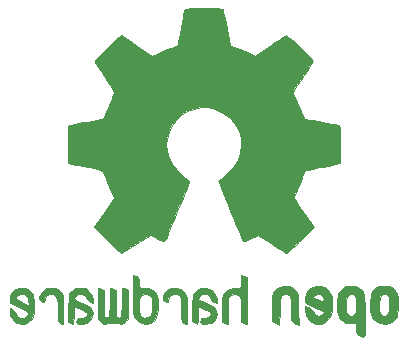
<source format=gbr>
%TF.GenerationSoftware,KiCad,Pcbnew,(5.1.9)-1*%
%TF.CreationDate,2021-03-21T01:20:58-03:00*%
%TF.ProjectId,harpiafc,68617270-6961-4666-932e-6b696361645f,rev?*%
%TF.SameCoordinates,Original*%
%TF.FileFunction,Legend,Bot*%
%TF.FilePolarity,Positive*%
%FSLAX46Y46*%
G04 Gerber Fmt 4.6, Leading zero omitted, Abs format (unit mm)*
G04 Created by KiCad (PCBNEW (5.1.9)-1) date 2021-03-21 01:20:58*
%MOMM*%
%LPD*%
G01*
G04 APERTURE LIST*
%ADD10C,0.010000*%
G04 APERTURE END LIST*
D10*
%TO.C,REF\u002A\u002A*%
G36*
X91171466Y-54712495D02*
G01*
X90776485Y-54714658D01*
X90490632Y-54720513D01*
X90295483Y-54731905D01*
X90172615Y-54750675D01*
X90103602Y-54778666D01*
X90070021Y-54817721D01*
X90053448Y-54869682D01*
X90051837Y-54876408D01*
X90026662Y-54997783D01*
X89980063Y-55237262D01*
X89916887Y-55569357D01*
X89841982Y-55968577D01*
X89760196Y-56409434D01*
X89757340Y-56424917D01*
X89675417Y-56856954D01*
X89598768Y-57238672D01*
X89532341Y-57547178D01*
X89481082Y-57759577D01*
X89449936Y-57852975D01*
X89448451Y-57854630D01*
X89356702Y-57900239D01*
X89167536Y-57976242D01*
X88921805Y-58066232D01*
X88920437Y-58066713D01*
X88610919Y-58183055D01*
X88246011Y-58331260D01*
X87902047Y-58480272D01*
X87885768Y-58487640D01*
X87325525Y-58741914D01*
X86084954Y-57894743D01*
X85704386Y-57636480D01*
X85359648Y-57405593D01*
X85070713Y-57215210D01*
X84857553Y-57078463D01*
X84740140Y-57008482D01*
X84728990Y-57003292D01*
X84643664Y-57026399D01*
X84484297Y-57137890D01*
X84244673Y-57343022D01*
X83918577Y-57647052D01*
X83585679Y-57970512D01*
X83264765Y-58289254D01*
X82977548Y-58580115D01*
X82741319Y-58825131D01*
X82573368Y-59006341D01*
X82490986Y-59105783D01*
X82487921Y-59110902D01*
X82478814Y-59179141D01*
X82513124Y-59290584D01*
X82599328Y-59460279D01*
X82745902Y-59703278D01*
X82961324Y-60034628D01*
X83248501Y-60461189D01*
X83503366Y-60836638D01*
X83731193Y-61173374D01*
X83918819Y-61451849D01*
X84053077Y-61652512D01*
X84120801Y-61755813D01*
X84125064Y-61762826D01*
X84116796Y-61861802D01*
X84054118Y-62054172D01*
X83949505Y-62303579D01*
X83912220Y-62383228D01*
X83749535Y-62738065D01*
X83575970Y-63140684D01*
X83434978Y-63489052D01*
X83333383Y-63747610D01*
X83252686Y-63944104D01*
X83206055Y-64046800D01*
X83200257Y-64054713D01*
X83114494Y-64067820D01*
X82912328Y-64103734D01*
X82620642Y-64157342D01*
X82266314Y-64223533D01*
X81876225Y-64297192D01*
X81477256Y-64373208D01*
X81096287Y-64446470D01*
X80760199Y-64511863D01*
X80495871Y-64564276D01*
X80330185Y-64598597D01*
X80289546Y-64608301D01*
X80247567Y-64632251D01*
X80215879Y-64686340D01*
X80193056Y-64788828D01*
X80177672Y-64957972D01*
X80168301Y-65212029D01*
X80163519Y-65569257D01*
X80161900Y-66047913D01*
X80161816Y-66244112D01*
X80161816Y-67839766D01*
X80545006Y-67915399D01*
X80758195Y-67956410D01*
X81076326Y-68016273D01*
X81460712Y-68087767D01*
X81872664Y-68163668D01*
X81986529Y-68184516D01*
X82366669Y-68258426D01*
X82697830Y-68331105D01*
X82952216Y-68395822D01*
X83102031Y-68445844D01*
X83126987Y-68460753D01*
X83188267Y-68566336D01*
X83276131Y-68770924D01*
X83373568Y-69034208D01*
X83392895Y-69090920D01*
X83520600Y-69442544D01*
X83679116Y-69839286D01*
X83834241Y-70195562D01*
X83835005Y-70197216D01*
X84093332Y-70756099D01*
X83243715Y-72005839D01*
X82394099Y-73255580D01*
X83484947Y-74348250D01*
X83814879Y-74673452D01*
X84115803Y-74960121D01*
X84370818Y-75192954D01*
X84563023Y-75356645D01*
X84675517Y-75435892D01*
X84691654Y-75440920D01*
X84786400Y-75401324D01*
X84979731Y-75291240D01*
X85250528Y-75123725D01*
X85577670Y-74911836D01*
X85931370Y-74674540D01*
X86290347Y-74432495D01*
X86610412Y-74221878D01*
X86871238Y-74055646D01*
X87052500Y-73946756D01*
X87133606Y-73908161D01*
X87232560Y-73940820D01*
X87420203Y-74026876D01*
X87657831Y-74148450D01*
X87683021Y-74161963D01*
X88003022Y-74322450D01*
X88222455Y-74401157D01*
X88358931Y-74401994D01*
X88430062Y-74328869D01*
X88430476Y-74327845D01*
X88466031Y-74241245D01*
X88550828Y-74035672D01*
X88678290Y-73727035D01*
X88841844Y-73331246D01*
X89034915Y-72864216D01*
X89250928Y-72341855D01*
X89460124Y-71836115D01*
X89690031Y-71277999D01*
X89901124Y-70760980D01*
X90087078Y-70300906D01*
X90241564Y-69913627D01*
X90358257Y-69614991D01*
X90430830Y-69420847D01*
X90453195Y-69348391D01*
X90397109Y-69265275D01*
X90250404Y-69132807D01*
X90054779Y-68986761D01*
X89497666Y-68524880D01*
X89062206Y-67995456D01*
X88753616Y-67409641D01*
X88577116Y-66778586D01*
X88537924Y-66113443D01*
X88566411Y-65806437D01*
X88721626Y-65169484D01*
X88988942Y-64607004D01*
X89351778Y-64124544D01*
X89793556Y-63727652D01*
X90297694Y-63421875D01*
X90847614Y-63212762D01*
X91426736Y-63105861D01*
X92018479Y-63106718D01*
X92606264Y-63220881D01*
X93173511Y-63453898D01*
X93703640Y-63811318D01*
X93924910Y-64013458D01*
X94349277Y-64532519D01*
X94644753Y-65099738D01*
X94813305Y-65698583D01*
X94856900Y-66312517D01*
X94777505Y-66925008D01*
X94577087Y-67519519D01*
X94257613Y-68079517D01*
X93821051Y-68588467D01*
X93333221Y-68986761D01*
X93130023Y-69139006D01*
X92986477Y-69270037D01*
X92934805Y-69348515D01*
X92961860Y-69434097D01*
X93038807Y-69638547D01*
X93159315Y-69946017D01*
X93317054Y-70340658D01*
X93505695Y-70806623D01*
X93718906Y-71328064D01*
X93928454Y-71836239D01*
X94159639Y-72394833D01*
X94373777Y-72912461D01*
X94564295Y-73373216D01*
X94724617Y-73761188D01*
X94848171Y-74060470D01*
X94928381Y-74255152D01*
X94958102Y-74327845D01*
X95028315Y-74401694D01*
X95164127Y-74401477D01*
X95383014Y-74323315D01*
X95702453Y-74163324D01*
X95704979Y-74161963D01*
X95945495Y-74037804D01*
X96139922Y-73947363D01*
X96249557Y-73908519D01*
X96254395Y-73908161D01*
X96336927Y-73947561D01*
X96519136Y-74057124D01*
X96780694Y-74223893D01*
X97101276Y-74434909D01*
X97456630Y-74674540D01*
X97818418Y-74917168D01*
X98144490Y-75128174D01*
X98413725Y-75294502D01*
X98605004Y-75403095D01*
X98696346Y-75440920D01*
X98780455Y-75391204D01*
X98949561Y-75252259D01*
X99186767Y-75039385D01*
X99475175Y-74767882D01*
X99797888Y-74453054D01*
X99903428Y-74347874D01*
X100994652Y-73254828D01*
X100164058Y-72035850D01*
X99911635Y-71661513D01*
X99690095Y-71325549D01*
X99511866Y-71047423D01*
X99389376Y-70846597D01*
X99335055Y-70742535D01*
X99333464Y-70735132D01*
X99362101Y-70637046D01*
X99439127Y-70439737D01*
X99551211Y-70176272D01*
X99629883Y-69999886D01*
X99776981Y-69662191D01*
X99915511Y-69321022D01*
X100022910Y-69032758D01*
X100052084Y-68944943D01*
X100134972Y-68710434D01*
X100215998Y-68529236D01*
X100260502Y-68460753D01*
X100358714Y-68418841D01*
X100573065Y-68359426D01*
X100875742Y-68289243D01*
X101238933Y-68215024D01*
X101401471Y-68184516D01*
X101814217Y-68108671D01*
X102210119Y-68035233D01*
X102550490Y-67971422D01*
X102796642Y-67924462D01*
X102842994Y-67915399D01*
X103226184Y-67839766D01*
X103226184Y-66244112D01*
X103225323Y-65719424D01*
X103221791Y-65322450D01*
X103214161Y-65034933D01*
X103201009Y-64838616D01*
X103180908Y-64715239D01*
X103152432Y-64646547D01*
X103114157Y-64614282D01*
X103098454Y-64608301D01*
X103003739Y-64587084D01*
X102794489Y-64544750D01*
X102497584Y-64486414D01*
X102139904Y-64417187D01*
X101748330Y-64342182D01*
X101349743Y-64266511D01*
X100971022Y-64195287D01*
X100639048Y-64133622D01*
X100380702Y-64086628D01*
X100222863Y-64059417D01*
X100187743Y-64054713D01*
X100155926Y-63991759D01*
X100085499Y-63824054D01*
X99989629Y-63583332D01*
X99953022Y-63489052D01*
X99805371Y-63124804D01*
X99631500Y-62722377D01*
X99475780Y-62383228D01*
X99361199Y-62123903D01*
X99284967Y-61910815D01*
X99259520Y-61780316D01*
X99263577Y-61762826D01*
X99317359Y-61680255D01*
X99440163Y-61496608D01*
X99618808Y-61231443D01*
X99840114Y-60904315D01*
X100090897Y-60534780D01*
X100140486Y-60461836D01*
X100431470Y-60029659D01*
X100645369Y-59700565D01*
X100790710Y-59459402D01*
X100876020Y-59291019D01*
X100909827Y-59180264D01*
X100900659Y-59111984D01*
X100900425Y-59111549D01*
X100828268Y-59021865D01*
X100668667Y-58848478D01*
X100438923Y-58609364D01*
X100156334Y-58322497D01*
X99838198Y-58005852D01*
X99802321Y-57970512D01*
X99401394Y-57582258D01*
X99091988Y-57297175D01*
X98867889Y-57110005D01*
X98722880Y-57015491D01*
X98659010Y-57003292D01*
X98565795Y-57056508D01*
X98372357Y-57179434D01*
X98098667Y-57358937D01*
X97764700Y-57581889D01*
X97390425Y-57835157D01*
X97303046Y-57894743D01*
X96062475Y-58741914D01*
X95502232Y-58487640D01*
X95161527Y-58339457D01*
X94795809Y-58190426D01*
X94481413Y-58071601D01*
X94467563Y-58066713D01*
X94221643Y-57976693D01*
X94032073Y-57900573D01*
X93939706Y-57854762D01*
X93939549Y-57854630D01*
X93910240Y-57771822D01*
X93860419Y-57568168D01*
X93795032Y-57266563D01*
X93719024Y-56889898D01*
X93637343Y-56461069D01*
X93630660Y-56424917D01*
X93548724Y-55983088D01*
X93473505Y-55582026D01*
X93409848Y-55247219D01*
X93362603Y-55004158D01*
X93336617Y-54878330D01*
X93336163Y-54876408D01*
X93320349Y-54822882D01*
X93289597Y-54782469D01*
X93225485Y-54753327D01*
X93109587Y-54733612D01*
X92923479Y-54721483D01*
X92648737Y-54715097D01*
X92266937Y-54712612D01*
X91759654Y-54712185D01*
X91694000Y-54712184D01*
X91171466Y-54712495D01*
G37*
X91171466Y-54712495D02*
X90776485Y-54714658D01*
X90490632Y-54720513D01*
X90295483Y-54731905D01*
X90172615Y-54750675D01*
X90103602Y-54778666D01*
X90070021Y-54817721D01*
X90053448Y-54869682D01*
X90051837Y-54876408D01*
X90026662Y-54997783D01*
X89980063Y-55237262D01*
X89916887Y-55569357D01*
X89841982Y-55968577D01*
X89760196Y-56409434D01*
X89757340Y-56424917D01*
X89675417Y-56856954D01*
X89598768Y-57238672D01*
X89532341Y-57547178D01*
X89481082Y-57759577D01*
X89449936Y-57852975D01*
X89448451Y-57854630D01*
X89356702Y-57900239D01*
X89167536Y-57976242D01*
X88921805Y-58066232D01*
X88920437Y-58066713D01*
X88610919Y-58183055D01*
X88246011Y-58331260D01*
X87902047Y-58480272D01*
X87885768Y-58487640D01*
X87325525Y-58741914D01*
X86084954Y-57894743D01*
X85704386Y-57636480D01*
X85359648Y-57405593D01*
X85070713Y-57215210D01*
X84857553Y-57078463D01*
X84740140Y-57008482D01*
X84728990Y-57003292D01*
X84643664Y-57026399D01*
X84484297Y-57137890D01*
X84244673Y-57343022D01*
X83918577Y-57647052D01*
X83585679Y-57970512D01*
X83264765Y-58289254D01*
X82977548Y-58580115D01*
X82741319Y-58825131D01*
X82573368Y-59006341D01*
X82490986Y-59105783D01*
X82487921Y-59110902D01*
X82478814Y-59179141D01*
X82513124Y-59290584D01*
X82599328Y-59460279D01*
X82745902Y-59703278D01*
X82961324Y-60034628D01*
X83248501Y-60461189D01*
X83503366Y-60836638D01*
X83731193Y-61173374D01*
X83918819Y-61451849D01*
X84053077Y-61652512D01*
X84120801Y-61755813D01*
X84125064Y-61762826D01*
X84116796Y-61861802D01*
X84054118Y-62054172D01*
X83949505Y-62303579D01*
X83912220Y-62383228D01*
X83749535Y-62738065D01*
X83575970Y-63140684D01*
X83434978Y-63489052D01*
X83333383Y-63747610D01*
X83252686Y-63944104D01*
X83206055Y-64046800D01*
X83200257Y-64054713D01*
X83114494Y-64067820D01*
X82912328Y-64103734D01*
X82620642Y-64157342D01*
X82266314Y-64223533D01*
X81876225Y-64297192D01*
X81477256Y-64373208D01*
X81096287Y-64446470D01*
X80760199Y-64511863D01*
X80495871Y-64564276D01*
X80330185Y-64598597D01*
X80289546Y-64608301D01*
X80247567Y-64632251D01*
X80215879Y-64686340D01*
X80193056Y-64788828D01*
X80177672Y-64957972D01*
X80168301Y-65212029D01*
X80163519Y-65569257D01*
X80161900Y-66047913D01*
X80161816Y-66244112D01*
X80161816Y-67839766D01*
X80545006Y-67915399D01*
X80758195Y-67956410D01*
X81076326Y-68016273D01*
X81460712Y-68087767D01*
X81872664Y-68163668D01*
X81986529Y-68184516D01*
X82366669Y-68258426D01*
X82697830Y-68331105D01*
X82952216Y-68395822D01*
X83102031Y-68445844D01*
X83126987Y-68460753D01*
X83188267Y-68566336D01*
X83276131Y-68770924D01*
X83373568Y-69034208D01*
X83392895Y-69090920D01*
X83520600Y-69442544D01*
X83679116Y-69839286D01*
X83834241Y-70195562D01*
X83835005Y-70197216D01*
X84093332Y-70756099D01*
X83243715Y-72005839D01*
X82394099Y-73255580D01*
X83484947Y-74348250D01*
X83814879Y-74673452D01*
X84115803Y-74960121D01*
X84370818Y-75192954D01*
X84563023Y-75356645D01*
X84675517Y-75435892D01*
X84691654Y-75440920D01*
X84786400Y-75401324D01*
X84979731Y-75291240D01*
X85250528Y-75123725D01*
X85577670Y-74911836D01*
X85931370Y-74674540D01*
X86290347Y-74432495D01*
X86610412Y-74221878D01*
X86871238Y-74055646D01*
X87052500Y-73946756D01*
X87133606Y-73908161D01*
X87232560Y-73940820D01*
X87420203Y-74026876D01*
X87657831Y-74148450D01*
X87683021Y-74161963D01*
X88003022Y-74322450D01*
X88222455Y-74401157D01*
X88358931Y-74401994D01*
X88430062Y-74328869D01*
X88430476Y-74327845D01*
X88466031Y-74241245D01*
X88550828Y-74035672D01*
X88678290Y-73727035D01*
X88841844Y-73331246D01*
X89034915Y-72864216D01*
X89250928Y-72341855D01*
X89460124Y-71836115D01*
X89690031Y-71277999D01*
X89901124Y-70760980D01*
X90087078Y-70300906D01*
X90241564Y-69913627D01*
X90358257Y-69614991D01*
X90430830Y-69420847D01*
X90453195Y-69348391D01*
X90397109Y-69265275D01*
X90250404Y-69132807D01*
X90054779Y-68986761D01*
X89497666Y-68524880D01*
X89062206Y-67995456D01*
X88753616Y-67409641D01*
X88577116Y-66778586D01*
X88537924Y-66113443D01*
X88566411Y-65806437D01*
X88721626Y-65169484D01*
X88988942Y-64607004D01*
X89351778Y-64124544D01*
X89793556Y-63727652D01*
X90297694Y-63421875D01*
X90847614Y-63212762D01*
X91426736Y-63105861D01*
X92018479Y-63106718D01*
X92606264Y-63220881D01*
X93173511Y-63453898D01*
X93703640Y-63811318D01*
X93924910Y-64013458D01*
X94349277Y-64532519D01*
X94644753Y-65099738D01*
X94813305Y-65698583D01*
X94856900Y-66312517D01*
X94777505Y-66925008D01*
X94577087Y-67519519D01*
X94257613Y-68079517D01*
X93821051Y-68588467D01*
X93333221Y-68986761D01*
X93130023Y-69139006D01*
X92986477Y-69270037D01*
X92934805Y-69348515D01*
X92961860Y-69434097D01*
X93038807Y-69638547D01*
X93159315Y-69946017D01*
X93317054Y-70340658D01*
X93505695Y-70806623D01*
X93718906Y-71328064D01*
X93928454Y-71836239D01*
X94159639Y-72394833D01*
X94373777Y-72912461D01*
X94564295Y-73373216D01*
X94724617Y-73761188D01*
X94848171Y-74060470D01*
X94928381Y-74255152D01*
X94958102Y-74327845D01*
X95028315Y-74401694D01*
X95164127Y-74401477D01*
X95383014Y-74323315D01*
X95702453Y-74163324D01*
X95704979Y-74161963D01*
X95945495Y-74037804D01*
X96139922Y-73947363D01*
X96249557Y-73908519D01*
X96254395Y-73908161D01*
X96336927Y-73947561D01*
X96519136Y-74057124D01*
X96780694Y-74223893D01*
X97101276Y-74434909D01*
X97456630Y-74674540D01*
X97818418Y-74917168D01*
X98144490Y-75128174D01*
X98413725Y-75294502D01*
X98605004Y-75403095D01*
X98696346Y-75440920D01*
X98780455Y-75391204D01*
X98949561Y-75252259D01*
X99186767Y-75039385D01*
X99475175Y-74767882D01*
X99797888Y-74453054D01*
X99903428Y-74347874D01*
X100994652Y-73254828D01*
X100164058Y-72035850D01*
X99911635Y-71661513D01*
X99690095Y-71325549D01*
X99511866Y-71047423D01*
X99389376Y-70846597D01*
X99335055Y-70742535D01*
X99333464Y-70735132D01*
X99362101Y-70637046D01*
X99439127Y-70439737D01*
X99551211Y-70176272D01*
X99629883Y-69999886D01*
X99776981Y-69662191D01*
X99915511Y-69321022D01*
X100022910Y-69032758D01*
X100052084Y-68944943D01*
X100134972Y-68710434D01*
X100215998Y-68529236D01*
X100260502Y-68460753D01*
X100358714Y-68418841D01*
X100573065Y-68359426D01*
X100875742Y-68289243D01*
X101238933Y-68215024D01*
X101401471Y-68184516D01*
X101814217Y-68108671D01*
X102210119Y-68035233D01*
X102550490Y-67971422D01*
X102796642Y-67924462D01*
X102842994Y-67915399D01*
X103226184Y-67839766D01*
X103226184Y-66244112D01*
X103225323Y-65719424D01*
X103221791Y-65322450D01*
X103214161Y-65034933D01*
X103201009Y-64838616D01*
X103180908Y-64715239D01*
X103152432Y-64646547D01*
X103114157Y-64614282D01*
X103098454Y-64608301D01*
X103003739Y-64587084D01*
X102794489Y-64544750D01*
X102497584Y-64486414D01*
X102139904Y-64417187D01*
X101748330Y-64342182D01*
X101349743Y-64266511D01*
X100971022Y-64195287D01*
X100639048Y-64133622D01*
X100380702Y-64086628D01*
X100222863Y-64059417D01*
X100187743Y-64054713D01*
X100155926Y-63991759D01*
X100085499Y-63824054D01*
X99989629Y-63583332D01*
X99953022Y-63489052D01*
X99805371Y-63124804D01*
X99631500Y-62722377D01*
X99475780Y-62383228D01*
X99361199Y-62123903D01*
X99284967Y-61910815D01*
X99259520Y-61780316D01*
X99263577Y-61762826D01*
X99317359Y-61680255D01*
X99440163Y-61496608D01*
X99618808Y-61231443D01*
X99840114Y-60904315D01*
X100090897Y-60534780D01*
X100140486Y-60461836D01*
X100431470Y-60029659D01*
X100645369Y-59700565D01*
X100790710Y-59459402D01*
X100876020Y-59291019D01*
X100909827Y-59180264D01*
X100900659Y-59111984D01*
X100900425Y-59111549D01*
X100828268Y-59021865D01*
X100668667Y-58848478D01*
X100438923Y-58609364D01*
X100156334Y-58322497D01*
X99838198Y-58005852D01*
X99802321Y-57970512D01*
X99401394Y-57582258D01*
X99091988Y-57297175D01*
X98867889Y-57110005D01*
X98722880Y-57015491D01*
X98659010Y-57003292D01*
X98565795Y-57056508D01*
X98372357Y-57179434D01*
X98098667Y-57358937D01*
X97764700Y-57581889D01*
X97390425Y-57835157D01*
X97303046Y-57894743D01*
X96062475Y-58741914D01*
X95502232Y-58487640D01*
X95161527Y-58339457D01*
X94795809Y-58190426D01*
X94481413Y-58071601D01*
X94467563Y-58066713D01*
X94221643Y-57976693D01*
X94032073Y-57900573D01*
X93939706Y-57854762D01*
X93939549Y-57854630D01*
X93910240Y-57771822D01*
X93860419Y-57568168D01*
X93795032Y-57266563D01*
X93719024Y-56889898D01*
X93637343Y-56461069D01*
X93630660Y-56424917D01*
X93548724Y-55983088D01*
X93473505Y-55582026D01*
X93409848Y-55247219D01*
X93362603Y-55004158D01*
X93336617Y-54878330D01*
X93336163Y-54876408D01*
X93320349Y-54822882D01*
X93289597Y-54782469D01*
X93225485Y-54753327D01*
X93109587Y-54733612D01*
X92923479Y-54721483D01*
X92648737Y-54715097D01*
X92266937Y-54712612D01*
X91759654Y-54712185D01*
X91694000Y-54712184D01*
X91171466Y-54712495D01*
G36*
X75835403Y-78471350D02*
G01*
X75546626Y-78660085D01*
X75407340Y-78829044D01*
X75296991Y-79135638D01*
X75288227Y-79378245D01*
X75308081Y-79702640D01*
X76056213Y-80030097D01*
X76419974Y-80197395D01*
X76657657Y-80331975D01*
X76781247Y-80448541D01*
X76802724Y-80561800D01*
X76734070Y-80686456D01*
X76658368Y-80769081D01*
X76438093Y-80901584D01*
X76198509Y-80910868D01*
X75978470Y-80807602D01*
X75816829Y-80602458D01*
X75787918Y-80530019D01*
X75649437Y-80303772D01*
X75490118Y-80207351D01*
X75271586Y-80124864D01*
X75271586Y-80437585D01*
X75290906Y-80650389D01*
X75366586Y-80829845D01*
X75525205Y-81035891D01*
X75548781Y-81062666D01*
X75725218Y-81245979D01*
X75876882Y-81344355D01*
X76066626Y-81389613D01*
X76223924Y-81404434D01*
X76505284Y-81408127D01*
X76705575Y-81361337D01*
X76830526Y-81291868D01*
X77026906Y-81139102D01*
X77162842Y-80973886D01*
X77248871Y-80766103D01*
X77295531Y-80485635D01*
X77313360Y-80102366D01*
X77314783Y-79907841D01*
X77309944Y-79674632D01*
X76869252Y-79674632D01*
X76864141Y-79799741D01*
X76851402Y-79820230D01*
X76767336Y-79792396D01*
X76586424Y-79718733D01*
X76344632Y-79614002D01*
X76294068Y-79591492D01*
X75988492Y-79436106D01*
X75820132Y-79299538D01*
X75783131Y-79171622D01*
X75871633Y-79042191D01*
X75944723Y-78985001D01*
X76208460Y-78870625D01*
X76455310Y-78889521D01*
X76661969Y-79029129D01*
X76805131Y-79276883D01*
X76851030Y-79473535D01*
X76869252Y-79674632D01*
X77309944Y-79674632D01*
X77305352Y-79453378D01*
X77270603Y-79117133D01*
X77201765Y-78872289D01*
X77090070Y-78692028D01*
X76926747Y-78549532D01*
X76855543Y-78503482D01*
X76532094Y-78383554D01*
X76177970Y-78376008D01*
X75835403Y-78471350D01*
G37*
X75835403Y-78471350D02*
X75546626Y-78660085D01*
X75407340Y-78829044D01*
X75296991Y-79135638D01*
X75288227Y-79378245D01*
X75308081Y-79702640D01*
X76056213Y-80030097D01*
X76419974Y-80197395D01*
X76657657Y-80331975D01*
X76781247Y-80448541D01*
X76802724Y-80561800D01*
X76734070Y-80686456D01*
X76658368Y-80769081D01*
X76438093Y-80901584D01*
X76198509Y-80910868D01*
X75978470Y-80807602D01*
X75816829Y-80602458D01*
X75787918Y-80530019D01*
X75649437Y-80303772D01*
X75490118Y-80207351D01*
X75271586Y-80124864D01*
X75271586Y-80437585D01*
X75290906Y-80650389D01*
X75366586Y-80829845D01*
X75525205Y-81035891D01*
X75548781Y-81062666D01*
X75725218Y-81245979D01*
X75876882Y-81344355D01*
X76066626Y-81389613D01*
X76223924Y-81404434D01*
X76505284Y-81408127D01*
X76705575Y-81361337D01*
X76830526Y-81291868D01*
X77026906Y-81139102D01*
X77162842Y-80973886D01*
X77248871Y-80766103D01*
X77295531Y-80485635D01*
X77313360Y-80102366D01*
X77314783Y-79907841D01*
X77309944Y-79674632D01*
X76869252Y-79674632D01*
X76864141Y-79799741D01*
X76851402Y-79820230D01*
X76767336Y-79792396D01*
X76586424Y-79718733D01*
X76344632Y-79614002D01*
X76294068Y-79591492D01*
X75988492Y-79436106D01*
X75820132Y-79299538D01*
X75783131Y-79171622D01*
X75871633Y-79042191D01*
X75944723Y-78985001D01*
X76208460Y-78870625D01*
X76455310Y-78889521D01*
X76661969Y-79029129D01*
X76805131Y-79276883D01*
X76851030Y-79473535D01*
X76869252Y-79674632D01*
X77309944Y-79674632D01*
X77305352Y-79453378D01*
X77270603Y-79117133D01*
X77201765Y-78872289D01*
X77090070Y-78692028D01*
X76926747Y-78549532D01*
X76855543Y-78503482D01*
X76532094Y-78383554D01*
X76177970Y-78376008D01*
X75835403Y-78471350D01*
G36*
X78354776Y-78430046D02*
G01*
X78267537Y-78468173D01*
X78059308Y-78633088D01*
X77881244Y-78871544D01*
X77771119Y-79126016D01*
X77753195Y-79251469D01*
X77813287Y-79426617D01*
X77945099Y-79519293D01*
X78086423Y-79575410D01*
X78151135Y-79585750D01*
X78182645Y-79510707D01*
X78244865Y-79347403D01*
X78272163Y-79273614D01*
X78425229Y-79018369D01*
X78646847Y-78891057D01*
X78931018Y-78894972D01*
X78952066Y-78899986D01*
X79103780Y-78971917D01*
X79215315Y-79112147D01*
X79291494Y-79337908D01*
X79337139Y-79666427D01*
X79357074Y-80114934D01*
X79358943Y-80353584D01*
X79359870Y-80729783D01*
X79365944Y-80986237D01*
X79382101Y-81149181D01*
X79413280Y-81244845D01*
X79464418Y-81299464D01*
X79540453Y-81339269D01*
X79544848Y-81341273D01*
X79691273Y-81403180D01*
X79763814Y-81425977D01*
X79774960Y-81357055D01*
X79784502Y-81166550D01*
X79791753Y-80878852D01*
X79796023Y-80518353D01*
X79796874Y-80254536D01*
X79792531Y-79744032D01*
X79775545Y-79356742D01*
X79739982Y-79070060D01*
X79679906Y-78861379D01*
X79589380Y-78708090D01*
X79462471Y-78587586D01*
X79337152Y-78503482D01*
X79035814Y-78391548D01*
X78685107Y-78366302D01*
X78354776Y-78430046D01*
G37*
X78354776Y-78430046D02*
X78267537Y-78468173D01*
X78059308Y-78633088D01*
X77881244Y-78871544D01*
X77771119Y-79126016D01*
X77753195Y-79251469D01*
X77813287Y-79426617D01*
X77945099Y-79519293D01*
X78086423Y-79575410D01*
X78151135Y-79585750D01*
X78182645Y-79510707D01*
X78244865Y-79347403D01*
X78272163Y-79273614D01*
X78425229Y-79018369D01*
X78646847Y-78891057D01*
X78931018Y-78894972D01*
X78952066Y-78899986D01*
X79103780Y-78971917D01*
X79215315Y-79112147D01*
X79291494Y-79337908D01*
X79337139Y-79666427D01*
X79357074Y-80114934D01*
X79358943Y-80353584D01*
X79359870Y-80729783D01*
X79365944Y-80986237D01*
X79382101Y-81149181D01*
X79413280Y-81244845D01*
X79464418Y-81299464D01*
X79540453Y-81339269D01*
X79544848Y-81341273D01*
X79691273Y-81403180D01*
X79763814Y-81425977D01*
X79774960Y-81357055D01*
X79784502Y-81166550D01*
X79791753Y-80878852D01*
X79796023Y-80518353D01*
X79796874Y-80254536D01*
X79792531Y-79744032D01*
X79775545Y-79356742D01*
X79739982Y-79070060D01*
X79679906Y-78861379D01*
X79589380Y-78708090D01*
X79462471Y-78587586D01*
X79337152Y-78503482D01*
X79035814Y-78391548D01*
X78685107Y-78366302D01*
X78354776Y-78430046D01*
G36*
X80907984Y-78417891D02*
G01*
X80697828Y-78513484D01*
X80532876Y-78629314D01*
X80412014Y-78758830D01*
X80328569Y-78925908D01*
X80275867Y-79154423D01*
X80247233Y-79468252D01*
X80235992Y-79891269D01*
X80234805Y-80169832D01*
X80234805Y-81256569D01*
X80420710Y-81341273D01*
X80567135Y-81403180D01*
X80639676Y-81425977D01*
X80653554Y-81358142D01*
X80664563Y-81175236D01*
X80671304Y-80908158D01*
X80672736Y-80696092D01*
X80678886Y-80389719D01*
X80695469Y-80146669D01*
X80719684Y-79997836D01*
X80738920Y-79966207D01*
X80868222Y-79998506D01*
X81071207Y-80081349D01*
X81306245Y-80193653D01*
X81531707Y-80314337D01*
X81705962Y-80422320D01*
X81787381Y-80496519D01*
X81787703Y-80497322D01*
X81780700Y-80634642D01*
X81717902Y-80765730D01*
X81607648Y-80872203D01*
X81446727Y-80907815D01*
X81309198Y-80903665D01*
X81114414Y-80900612D01*
X81012169Y-80946246D01*
X80950763Y-81066814D01*
X80943020Y-81089550D01*
X80916400Y-81261496D01*
X80987587Y-81365900D01*
X81173140Y-81415657D01*
X81373580Y-81424860D01*
X81734275Y-81356645D01*
X81920994Y-81259226D01*
X82151594Y-81030369D01*
X82273892Y-80749456D01*
X82284866Y-80452628D01*
X82181497Y-80176027D01*
X82026009Y-80002701D01*
X81870766Y-79905663D01*
X81626762Y-79782812D01*
X81342420Y-79658229D01*
X81295025Y-79639192D01*
X80982697Y-79501362D01*
X80802653Y-79379885D01*
X80744749Y-79259119D01*
X80798841Y-79123425D01*
X80891701Y-79017356D01*
X81111182Y-78886755D01*
X81352675Y-78876959D01*
X81574141Y-78977602D01*
X81733536Y-79178316D01*
X81754457Y-79230100D01*
X81876261Y-79420563D01*
X82054088Y-79561963D01*
X82278483Y-79678002D01*
X82278483Y-79348961D01*
X82265275Y-79147919D01*
X82208646Y-78989466D01*
X82083083Y-78820408D01*
X81962546Y-78690190D01*
X81775114Y-78505805D01*
X81629486Y-78406756D01*
X81473070Y-78367025D01*
X81296017Y-78360460D01*
X80907984Y-78417891D01*
G37*
X80907984Y-78417891D02*
X80697828Y-78513484D01*
X80532876Y-78629314D01*
X80412014Y-78758830D01*
X80328569Y-78925908D01*
X80275867Y-79154423D01*
X80247233Y-79468252D01*
X80235992Y-79891269D01*
X80234805Y-80169832D01*
X80234805Y-81256569D01*
X80420710Y-81341273D01*
X80567135Y-81403180D01*
X80639676Y-81425977D01*
X80653554Y-81358142D01*
X80664563Y-81175236D01*
X80671304Y-80908158D01*
X80672736Y-80696092D01*
X80678886Y-80389719D01*
X80695469Y-80146669D01*
X80719684Y-79997836D01*
X80738920Y-79966207D01*
X80868222Y-79998506D01*
X81071207Y-80081349D01*
X81306245Y-80193653D01*
X81531707Y-80314337D01*
X81705962Y-80422320D01*
X81787381Y-80496519D01*
X81787703Y-80497322D01*
X81780700Y-80634642D01*
X81717902Y-80765730D01*
X81607648Y-80872203D01*
X81446727Y-80907815D01*
X81309198Y-80903665D01*
X81114414Y-80900612D01*
X81012169Y-80946246D01*
X80950763Y-81066814D01*
X80943020Y-81089550D01*
X80916400Y-81261496D01*
X80987587Y-81365900D01*
X81173140Y-81415657D01*
X81373580Y-81424860D01*
X81734275Y-81356645D01*
X81920994Y-81259226D01*
X82151594Y-81030369D01*
X82273892Y-80749456D01*
X82284866Y-80452628D01*
X82181497Y-80176027D01*
X82026009Y-80002701D01*
X81870766Y-79905663D01*
X81626762Y-79782812D01*
X81342420Y-79658229D01*
X81295025Y-79639192D01*
X80982697Y-79501362D01*
X80802653Y-79379885D01*
X80744749Y-79259119D01*
X80798841Y-79123425D01*
X80891701Y-79017356D01*
X81111182Y-78886755D01*
X81352675Y-78876959D01*
X81574141Y-78977602D01*
X81733536Y-79178316D01*
X81754457Y-79230100D01*
X81876261Y-79420563D01*
X82054088Y-79561963D01*
X82278483Y-79678002D01*
X82278483Y-79348961D01*
X82265275Y-79147919D01*
X82208646Y-78989466D01*
X82083083Y-78820408D01*
X81962546Y-78690190D01*
X81775114Y-78505805D01*
X81629486Y-78406756D01*
X81473070Y-78367025D01*
X81296017Y-78360460D01*
X80907984Y-78417891D01*
G36*
X82743691Y-78429600D02*
G01*
X82732552Y-78621633D01*
X82723823Y-78913477D01*
X82718213Y-79282053D01*
X82716414Y-79668639D01*
X82716414Y-80976817D01*
X82947388Y-81207792D01*
X83106556Y-81350117D01*
X83246277Y-81407768D01*
X83437245Y-81404119D01*
X83513049Y-81394834D01*
X83749975Y-81367815D01*
X83945945Y-81352332D01*
X83993713Y-81350903D01*
X84154752Y-81360256D01*
X84385072Y-81383735D01*
X84474376Y-81394834D01*
X84693715Y-81412002D01*
X84841117Y-81374712D01*
X84987276Y-81259587D01*
X85040037Y-81207792D01*
X85271012Y-80976817D01*
X85271012Y-78529868D01*
X85085106Y-78445164D01*
X84925026Y-78382424D01*
X84831370Y-78360460D01*
X84807357Y-78429875D01*
X84784913Y-78623826D01*
X84765534Y-78920871D01*
X84750715Y-79299569D01*
X84743568Y-79619512D01*
X84723598Y-80878563D01*
X84549381Y-80903196D01*
X84390927Y-80885973D01*
X84313286Y-80830208D01*
X84291583Y-80725947D01*
X84273054Y-80503859D01*
X84259172Y-80192086D01*
X84251409Y-79818767D01*
X84250290Y-79626652D01*
X84249172Y-78520717D01*
X84019315Y-78440589D01*
X83856627Y-78386109D01*
X83768132Y-78360702D01*
X83765579Y-78360460D01*
X83756701Y-78429523D01*
X83746943Y-78621027D01*
X83737122Y-78911448D01*
X83728060Y-79277261D01*
X83721729Y-79619512D01*
X83701759Y-80878563D01*
X83263828Y-80878563D01*
X83243732Y-79729913D01*
X83223636Y-78581262D01*
X83010144Y-78470861D01*
X82852517Y-78395049D01*
X82759225Y-78360646D01*
X82756533Y-78360460D01*
X82743691Y-78429600D01*
G37*
X82743691Y-78429600D02*
X82732552Y-78621633D01*
X82723823Y-78913477D01*
X82718213Y-79282053D01*
X82716414Y-79668639D01*
X82716414Y-80976817D01*
X82947388Y-81207792D01*
X83106556Y-81350117D01*
X83246277Y-81407768D01*
X83437245Y-81404119D01*
X83513049Y-81394834D01*
X83749975Y-81367815D01*
X83945945Y-81352332D01*
X83993713Y-81350903D01*
X84154752Y-81360256D01*
X84385072Y-81383735D01*
X84474376Y-81394834D01*
X84693715Y-81412002D01*
X84841117Y-81374712D01*
X84987276Y-81259587D01*
X85040037Y-81207792D01*
X85271012Y-80976817D01*
X85271012Y-78529868D01*
X85085106Y-78445164D01*
X84925026Y-78382424D01*
X84831370Y-78360460D01*
X84807357Y-78429875D01*
X84784913Y-78623826D01*
X84765534Y-78920871D01*
X84750715Y-79299569D01*
X84743568Y-79619512D01*
X84723598Y-80878563D01*
X84549381Y-80903196D01*
X84390927Y-80885973D01*
X84313286Y-80830208D01*
X84291583Y-80725947D01*
X84273054Y-80503859D01*
X84259172Y-80192086D01*
X84251409Y-79818767D01*
X84250290Y-79626652D01*
X84249172Y-78520717D01*
X84019315Y-78440589D01*
X83856627Y-78386109D01*
X83768132Y-78360702D01*
X83765579Y-78360460D01*
X83756701Y-78429523D01*
X83746943Y-78621027D01*
X83737122Y-78911448D01*
X83728060Y-79277261D01*
X83721729Y-79619512D01*
X83701759Y-80878563D01*
X83263828Y-80878563D01*
X83243732Y-79729913D01*
X83223636Y-78581262D01*
X83010144Y-78470861D01*
X82852517Y-78395049D01*
X82759225Y-78360646D01*
X82756533Y-78360460D01*
X82743691Y-78429600D01*
G36*
X85709215Y-78966139D02*
G01*
X85710142Y-79511653D01*
X85713730Y-79931298D01*
X85721494Y-80245176D01*
X85734945Y-80473388D01*
X85755596Y-80636038D01*
X85784960Y-80753228D01*
X85824548Y-80845060D01*
X85854525Y-80897478D01*
X86102776Y-81181736D01*
X86417529Y-81359912D01*
X86765772Y-81423846D01*
X87114489Y-81365374D01*
X87322143Y-81260298D01*
X87540138Y-81078529D01*
X87688709Y-80856531D01*
X87778348Y-80565801D01*
X87819547Y-80177838D01*
X87825382Y-79893219D01*
X87824595Y-79872765D01*
X87314690Y-79872765D01*
X87311575Y-80199144D01*
X87297306Y-80415201D01*
X87264489Y-80556546D01*
X87205736Y-80658784D01*
X87135536Y-80735904D01*
X86899781Y-80884763D01*
X86646650Y-80897479D01*
X86407411Y-80773198D01*
X86388790Y-80756358D01*
X86309314Y-80668756D01*
X86259480Y-80564529D01*
X86232501Y-80409404D01*
X86221588Y-80169110D01*
X86219862Y-79903447D01*
X86223603Y-79569701D01*
X86239089Y-79347055D01*
X86272715Y-79200733D01*
X86330874Y-79095955D01*
X86378562Y-79040308D01*
X86600093Y-78899963D01*
X86855231Y-78883088D01*
X87098762Y-78990284D01*
X87145761Y-79030079D01*
X87225768Y-79118454D01*
X87275704Y-79223755D01*
X87302517Y-79380627D01*
X87313152Y-79623719D01*
X87314690Y-79872765D01*
X87824595Y-79872765D01*
X87807741Y-79434868D01*
X87747821Y-79090489D01*
X87635131Y-78831580D01*
X87459179Y-78629640D01*
X87322143Y-78526139D01*
X87073060Y-78414321D01*
X86784363Y-78362419D01*
X86516002Y-78376312D01*
X86365839Y-78432357D01*
X86306912Y-78448307D01*
X86267809Y-78388837D01*
X86240513Y-78229471D01*
X86219862Y-77986718D01*
X86197253Y-77716353D01*
X86165847Y-77553687D01*
X86108702Y-77460669D01*
X86008874Y-77399248D01*
X85946155Y-77372048D01*
X85708943Y-77272679D01*
X85709215Y-78966139D01*
G37*
X85709215Y-78966139D02*
X85710142Y-79511653D01*
X85713730Y-79931298D01*
X85721494Y-80245176D01*
X85734945Y-80473388D01*
X85755596Y-80636038D01*
X85784960Y-80753228D01*
X85824548Y-80845060D01*
X85854525Y-80897478D01*
X86102776Y-81181736D01*
X86417529Y-81359912D01*
X86765772Y-81423846D01*
X87114489Y-81365374D01*
X87322143Y-81260298D01*
X87540138Y-81078529D01*
X87688709Y-80856531D01*
X87778348Y-80565801D01*
X87819547Y-80177838D01*
X87825382Y-79893219D01*
X87824595Y-79872765D01*
X87314690Y-79872765D01*
X87311575Y-80199144D01*
X87297306Y-80415201D01*
X87264489Y-80556546D01*
X87205736Y-80658784D01*
X87135536Y-80735904D01*
X86899781Y-80884763D01*
X86646650Y-80897479D01*
X86407411Y-80773198D01*
X86388790Y-80756358D01*
X86309314Y-80668756D01*
X86259480Y-80564529D01*
X86232501Y-80409404D01*
X86221588Y-80169110D01*
X86219862Y-79903447D01*
X86223603Y-79569701D01*
X86239089Y-79347055D01*
X86272715Y-79200733D01*
X86330874Y-79095955D01*
X86378562Y-79040308D01*
X86600093Y-78899963D01*
X86855231Y-78883088D01*
X87098762Y-78990284D01*
X87145761Y-79030079D01*
X87225768Y-79118454D01*
X87275704Y-79223755D01*
X87302517Y-79380627D01*
X87313152Y-79623719D01*
X87314690Y-79872765D01*
X87824595Y-79872765D01*
X87807741Y-79434868D01*
X87747821Y-79090489D01*
X87635131Y-78831580D01*
X87459179Y-78629640D01*
X87322143Y-78526139D01*
X87073060Y-78414321D01*
X86784363Y-78362419D01*
X86516002Y-78376312D01*
X86365839Y-78432357D01*
X86306912Y-78448307D01*
X86267809Y-78388837D01*
X86240513Y-78229471D01*
X86219862Y-77986718D01*
X86197253Y-77716353D01*
X86165847Y-77553687D01*
X86108702Y-77460669D01*
X86008874Y-77399248D01*
X85946155Y-77372048D01*
X85708943Y-77272679D01*
X85709215Y-78966139D01*
G36*
X89029143Y-78384800D02*
G01*
X88697587Y-78507149D01*
X88428976Y-78723549D01*
X88323921Y-78875880D01*
X88209394Y-79155402D01*
X88211773Y-79357515D01*
X88331980Y-79493446D01*
X88376457Y-79516560D01*
X88568490Y-79588626D01*
X88666560Y-79570163D01*
X88699778Y-79449146D01*
X88701471Y-79382299D01*
X88762286Y-79136371D01*
X88920798Y-78964336D01*
X89141115Y-78881245D01*
X89387342Y-78902153D01*
X89587495Y-79010740D01*
X89655098Y-79072680D01*
X89703016Y-79147823D01*
X89735385Y-79261413D01*
X89756341Y-79438691D01*
X89770019Y-79704899D01*
X89780555Y-80085279D01*
X89783283Y-80205719D01*
X89793234Y-80617737D01*
X89804547Y-80907721D01*
X89821514Y-81099582D01*
X89848424Y-81217233D01*
X89889568Y-81284587D01*
X89949235Y-81325557D01*
X89987436Y-81343657D01*
X90149667Y-81405550D01*
X90245165Y-81425977D01*
X90276720Y-81357757D01*
X90295981Y-81151509D01*
X90303051Y-80804852D01*
X90298034Y-80315406D01*
X90296472Y-80239914D01*
X90285448Y-79793372D01*
X90272412Y-79467308D01*
X90253862Y-79236229D01*
X90226295Y-79074644D01*
X90186208Y-78957062D01*
X90130098Y-78857990D01*
X90100746Y-78815537D01*
X89932452Y-78627700D01*
X89744225Y-78481595D01*
X89721181Y-78468841D01*
X89383667Y-78368149D01*
X89029143Y-78384800D01*
G37*
X89029143Y-78384800D02*
X88697587Y-78507149D01*
X88428976Y-78723549D01*
X88323921Y-78875880D01*
X88209394Y-79155402D01*
X88211773Y-79357515D01*
X88331980Y-79493446D01*
X88376457Y-79516560D01*
X88568490Y-79588626D01*
X88666560Y-79570163D01*
X88699778Y-79449146D01*
X88701471Y-79382299D01*
X88762286Y-79136371D01*
X88920798Y-78964336D01*
X89141115Y-78881245D01*
X89387342Y-78902153D01*
X89587495Y-79010740D01*
X89655098Y-79072680D01*
X89703016Y-79147823D01*
X89735385Y-79261413D01*
X89756341Y-79438691D01*
X89770019Y-79704899D01*
X89780555Y-80085279D01*
X89783283Y-80205719D01*
X89793234Y-80617737D01*
X89804547Y-80907721D01*
X89821514Y-81099582D01*
X89848424Y-81217233D01*
X89889568Y-81284587D01*
X89949235Y-81325557D01*
X89987436Y-81343657D01*
X90149667Y-81405550D01*
X90245165Y-81425977D01*
X90276720Y-81357757D01*
X90295981Y-81151509D01*
X90303051Y-80804852D01*
X90298034Y-80315406D01*
X90296472Y-80239914D01*
X90285448Y-79793372D01*
X90272412Y-79467308D01*
X90253862Y-79236229D01*
X90226295Y-79074644D01*
X90186208Y-78957062D01*
X90130098Y-78857990D01*
X90100746Y-78815537D01*
X89932452Y-78627700D01*
X89744225Y-78481595D01*
X89721181Y-78468841D01*
X89383667Y-78368149D01*
X89029143Y-78384800D01*
G36*
X91494139Y-78390901D02*
G01*
X91208143Y-78497104D01*
X91204871Y-78499146D01*
X91027992Y-78629325D01*
X90897411Y-78781459D01*
X90805572Y-78979718D01*
X90744916Y-79248272D01*
X90707887Y-79611292D01*
X90686927Y-80092949D01*
X90685090Y-80161571D01*
X90658701Y-81196303D01*
X90880772Y-81311140D01*
X91041455Y-81388745D01*
X91138475Y-81425516D01*
X91142962Y-81425977D01*
X91159751Y-81358126D01*
X91173088Y-81175103D01*
X91181292Y-80907702D01*
X91183081Y-80691174D01*
X91183122Y-80340406D01*
X91199157Y-80120128D01*
X91255051Y-80015063D01*
X91374669Y-80009937D01*
X91581877Y-80089475D01*
X91894718Y-80235681D01*
X92124758Y-80357113D01*
X92243073Y-80462466D01*
X92277855Y-80577290D01*
X92277908Y-80582973D01*
X92220512Y-80780777D01*
X92050576Y-80887637D01*
X91790505Y-80903115D01*
X91603176Y-80900430D01*
X91504402Y-80954383D01*
X91442804Y-81083977D01*
X91407352Y-81249081D01*
X91458443Y-81342761D01*
X91477680Y-81356169D01*
X91658793Y-81410015D01*
X91912418Y-81417638D01*
X92173609Y-81381946D01*
X92358687Y-81316720D01*
X92614570Y-81099463D01*
X92760023Y-80797041D01*
X92788828Y-80560769D01*
X92766845Y-80347655D01*
X92687299Y-80173691D01*
X92529791Y-80019181D01*
X92273922Y-79864430D01*
X91899294Y-79689743D01*
X91876471Y-79679870D01*
X91539007Y-79523971D01*
X91330765Y-79396115D01*
X91241507Y-79281221D01*
X91260992Y-79164208D01*
X91378983Y-79029996D01*
X91414266Y-78999109D01*
X91650602Y-78879353D01*
X91895486Y-78884395D01*
X92108759Y-79001810D01*
X92250260Y-79219172D01*
X92263408Y-79261836D01*
X92391443Y-79468760D01*
X92553907Y-79568430D01*
X92788828Y-79667206D01*
X92788828Y-79411645D01*
X92717367Y-79040181D01*
X92505262Y-78699460D01*
X92394887Y-78585477D01*
X92143987Y-78439184D01*
X91824912Y-78372960D01*
X91494139Y-78390901D01*
G37*
X91494139Y-78390901D02*
X91208143Y-78497104D01*
X91204871Y-78499146D01*
X91027992Y-78629325D01*
X90897411Y-78781459D01*
X90805572Y-78979718D01*
X90744916Y-79248272D01*
X90707887Y-79611292D01*
X90686927Y-80092949D01*
X90685090Y-80161571D01*
X90658701Y-81196303D01*
X90880772Y-81311140D01*
X91041455Y-81388745D01*
X91138475Y-81425516D01*
X91142962Y-81425977D01*
X91159751Y-81358126D01*
X91173088Y-81175103D01*
X91181292Y-80907702D01*
X91183081Y-80691174D01*
X91183122Y-80340406D01*
X91199157Y-80120128D01*
X91255051Y-80015063D01*
X91374669Y-80009937D01*
X91581877Y-80089475D01*
X91894718Y-80235681D01*
X92124758Y-80357113D01*
X92243073Y-80462466D01*
X92277855Y-80577290D01*
X92277908Y-80582973D01*
X92220512Y-80780777D01*
X92050576Y-80887637D01*
X91790505Y-80903115D01*
X91603176Y-80900430D01*
X91504402Y-80954383D01*
X91442804Y-81083977D01*
X91407352Y-81249081D01*
X91458443Y-81342761D01*
X91477680Y-81356169D01*
X91658793Y-81410015D01*
X91912418Y-81417638D01*
X92173609Y-81381946D01*
X92358687Y-81316720D01*
X92614570Y-81099463D01*
X92760023Y-80797041D01*
X92788828Y-80560769D01*
X92766845Y-80347655D01*
X92687299Y-80173691D01*
X92529791Y-80019181D01*
X92273922Y-79864430D01*
X91899294Y-79689743D01*
X91876471Y-79679870D01*
X91539007Y-79523971D01*
X91330765Y-79396115D01*
X91241507Y-79281221D01*
X91260992Y-79164208D01*
X91378983Y-79029996D01*
X91414266Y-78999109D01*
X91650602Y-78879353D01*
X91895486Y-78884395D01*
X92108759Y-79001810D01*
X92250260Y-79219172D01*
X92263408Y-79261836D01*
X92391443Y-79468760D01*
X92553907Y-79568430D01*
X92788828Y-79667206D01*
X92788828Y-79411645D01*
X92717367Y-79040181D01*
X92505262Y-78699460D01*
X92394887Y-78585477D01*
X92143987Y-78439184D01*
X91824912Y-78372960D01*
X91494139Y-78390901D01*
G36*
X94832506Y-77889643D02*
G01*
X94811116Y-78187969D01*
X94786548Y-78363766D01*
X94752503Y-78440447D01*
X94702683Y-78441428D01*
X94686529Y-78432274D01*
X94471651Y-78365995D01*
X94192138Y-78369865D01*
X93907964Y-78437998D01*
X93730225Y-78526139D01*
X93547987Y-78666946D01*
X93414767Y-78826297D01*
X93323313Y-79028774D01*
X93266376Y-79298964D01*
X93236703Y-79661450D01*
X93227045Y-80140816D01*
X93226872Y-80232774D01*
X93226759Y-81265720D01*
X93456616Y-81345849D01*
X93619870Y-81400361D01*
X93709439Y-81425742D01*
X93712076Y-81425977D01*
X93720896Y-81357150D01*
X93728403Y-81167308D01*
X93734025Y-80881412D01*
X93737191Y-80524422D01*
X93737678Y-80307378D01*
X93738694Y-79879432D01*
X93743921Y-79572720D01*
X93756633Y-79362501D01*
X93780101Y-79224034D01*
X93817597Y-79132579D01*
X93872394Y-79063397D01*
X93906607Y-79030079D01*
X94141628Y-78895821D01*
X94398089Y-78885767D01*
X94630776Y-78999312D01*
X94673806Y-79040308D01*
X94736921Y-79117393D01*
X94780699Y-79208828D01*
X94808645Y-79341037D01*
X94824259Y-79540442D01*
X94831045Y-79833464D01*
X94832506Y-80237478D01*
X94832506Y-81265720D01*
X95062363Y-81345849D01*
X95225617Y-81400361D01*
X95315187Y-81425742D01*
X95317823Y-81425977D01*
X95324563Y-81356120D01*
X95330638Y-81159076D01*
X95335806Y-80853633D01*
X95339822Y-80458581D01*
X95342442Y-79992707D01*
X95343424Y-79474801D01*
X95343425Y-79451764D01*
X95343425Y-77477551D01*
X95106213Y-77377492D01*
X94869000Y-77277433D01*
X94832506Y-77889643D01*
G37*
X94832506Y-77889643D02*
X94811116Y-78187969D01*
X94786548Y-78363766D01*
X94752503Y-78440447D01*
X94702683Y-78441428D01*
X94686529Y-78432274D01*
X94471651Y-78365995D01*
X94192138Y-78369865D01*
X93907964Y-78437998D01*
X93730225Y-78526139D01*
X93547987Y-78666946D01*
X93414767Y-78826297D01*
X93323313Y-79028774D01*
X93266376Y-79298964D01*
X93236703Y-79661450D01*
X93227045Y-80140816D01*
X93226872Y-80232774D01*
X93226759Y-81265720D01*
X93456616Y-81345849D01*
X93619870Y-81400361D01*
X93709439Y-81425742D01*
X93712076Y-81425977D01*
X93720896Y-81357150D01*
X93728403Y-81167308D01*
X93734025Y-80881412D01*
X93737191Y-80524422D01*
X93737678Y-80307378D01*
X93738694Y-79879432D01*
X93743921Y-79572720D01*
X93756633Y-79362501D01*
X93780101Y-79224034D01*
X93817597Y-79132579D01*
X93872394Y-79063397D01*
X93906607Y-79030079D01*
X94141628Y-78895821D01*
X94398089Y-78885767D01*
X94630776Y-78999312D01*
X94673806Y-79040308D01*
X94736921Y-79117393D01*
X94780699Y-79208828D01*
X94808645Y-79341037D01*
X94824259Y-79540442D01*
X94831045Y-79833464D01*
X94832506Y-80237478D01*
X94832506Y-81265720D01*
X95062363Y-81345849D01*
X95225617Y-81400361D01*
X95315187Y-81425742D01*
X95317823Y-81425977D01*
X95324563Y-81356120D01*
X95330638Y-81159076D01*
X95335806Y-80853633D01*
X95339822Y-80458581D01*
X95342442Y-79992707D01*
X95343424Y-79474801D01*
X95343425Y-79451764D01*
X95343425Y-77477551D01*
X95106213Y-77377492D01*
X94869000Y-77277433D01*
X94832506Y-77889643D01*
G36*
X100905121Y-78291691D02*
G01*
X100617356Y-78485279D01*
X100394973Y-78764873D01*
X100262127Y-79120663D01*
X100235258Y-79382537D01*
X100238310Y-79491816D01*
X100263860Y-79575486D01*
X100334097Y-79650447D01*
X100471210Y-79733599D01*
X100697388Y-79841844D01*
X101034820Y-79992082D01*
X101036529Y-79992836D01*
X101347124Y-80135093D01*
X101601819Y-80261414D01*
X101774583Y-80358199D01*
X101839385Y-80411850D01*
X101839402Y-80412282D01*
X101782288Y-80529111D01*
X101648727Y-80657886D01*
X101495395Y-80750653D01*
X101417712Y-80769081D01*
X101205777Y-80705346D01*
X101023268Y-80545728D01*
X100934218Y-80370234D01*
X100848550Y-80240857D01*
X100680743Y-80093522D01*
X100483481Y-79966240D01*
X100309449Y-79897022D01*
X100273057Y-79893219D01*
X100232093Y-79955802D01*
X100229625Y-80115778D01*
X100259729Y-80331482D01*
X100316484Y-80561252D01*
X100393966Y-80763424D01*
X100397879Y-80771273D01*
X100631047Y-81096835D01*
X100933240Y-81318277D01*
X101276432Y-81426966D01*
X101632600Y-81414265D01*
X101973719Y-81271541D01*
X101988887Y-81261505D01*
X102257225Y-81018316D01*
X102433670Y-80701023D01*
X102531316Y-80283815D01*
X102544421Y-80166597D01*
X102567630Y-79613324D01*
X102539806Y-79355311D01*
X101839402Y-79355311D01*
X101830302Y-79516257D01*
X101780527Y-79563228D01*
X101656436Y-79528088D01*
X101460833Y-79445022D01*
X101242186Y-79340898D01*
X101236752Y-79338141D01*
X101051426Y-79240662D01*
X100977047Y-79175610D01*
X100995388Y-79107413D01*
X101072618Y-79017804D01*
X101269100Y-78888127D01*
X101480694Y-78878599D01*
X101670493Y-78972973D01*
X101801589Y-79155004D01*
X101839402Y-79355311D01*
X102539806Y-79355311D01*
X102519891Y-79170652D01*
X102397414Y-78819572D01*
X102226910Y-78573619D01*
X101919163Y-78325074D01*
X101580179Y-78201778D01*
X101234114Y-78193921D01*
X100905121Y-78291691D01*
G37*
X100905121Y-78291691D02*
X100617356Y-78485279D01*
X100394973Y-78764873D01*
X100262127Y-79120663D01*
X100235258Y-79382537D01*
X100238310Y-79491816D01*
X100263860Y-79575486D01*
X100334097Y-79650447D01*
X100471210Y-79733599D01*
X100697388Y-79841844D01*
X101034820Y-79992082D01*
X101036529Y-79992836D01*
X101347124Y-80135093D01*
X101601819Y-80261414D01*
X101774583Y-80358199D01*
X101839385Y-80411850D01*
X101839402Y-80412282D01*
X101782288Y-80529111D01*
X101648727Y-80657886D01*
X101495395Y-80750653D01*
X101417712Y-80769081D01*
X101205777Y-80705346D01*
X101023268Y-80545728D01*
X100934218Y-80370234D01*
X100848550Y-80240857D01*
X100680743Y-80093522D01*
X100483481Y-79966240D01*
X100309449Y-79897022D01*
X100273057Y-79893219D01*
X100232093Y-79955802D01*
X100229625Y-80115778D01*
X100259729Y-80331482D01*
X100316484Y-80561252D01*
X100393966Y-80763424D01*
X100397879Y-80771273D01*
X100631047Y-81096835D01*
X100933240Y-81318277D01*
X101276432Y-81426966D01*
X101632600Y-81414265D01*
X101973719Y-81271541D01*
X101988887Y-81261505D01*
X102257225Y-81018316D01*
X102433670Y-80701023D01*
X102531316Y-80283815D01*
X102544421Y-80166597D01*
X102567630Y-79613324D01*
X102539806Y-79355311D01*
X101839402Y-79355311D01*
X101830302Y-79516257D01*
X101780527Y-79563228D01*
X101656436Y-79528088D01*
X101460833Y-79445022D01*
X101242186Y-79340898D01*
X101236752Y-79338141D01*
X101051426Y-79240662D01*
X100977047Y-79175610D01*
X100995388Y-79107413D01*
X101072618Y-79017804D01*
X101269100Y-78888127D01*
X101480694Y-78878599D01*
X101670493Y-78972973D01*
X101801589Y-79155004D01*
X101839402Y-79355311D01*
X102539806Y-79355311D01*
X102519891Y-79170652D01*
X102397414Y-78819572D01*
X102226910Y-78573619D01*
X101919163Y-78325074D01*
X101580179Y-78201778D01*
X101234114Y-78193921D01*
X100905121Y-78291691D01*
G36*
X106573449Y-78245037D02*
G01*
X106231347Y-78424920D01*
X105978873Y-78714416D01*
X105889189Y-78900533D01*
X105819402Y-79179980D01*
X105783678Y-79533067D01*
X105780291Y-79918428D01*
X105807513Y-80294698D01*
X105863617Y-80620513D01*
X105946875Y-80854507D01*
X105972463Y-80894806D01*
X106275546Y-81195622D01*
X106635533Y-81375793D01*
X107026152Y-81428520D01*
X107421131Y-81347005D01*
X107531051Y-81298134D01*
X107745110Y-81147530D01*
X107932980Y-80947837D01*
X107950735Y-80922511D01*
X108022903Y-80800453D01*
X108070608Y-80669976D01*
X108098790Y-80498212D01*
X108112389Y-80252295D01*
X108116345Y-79899359D01*
X108116414Y-79820230D01*
X108116232Y-79795048D01*
X107386529Y-79795048D01*
X107382282Y-80128141D01*
X107365569Y-80349185D01*
X107330437Y-80491962D01*
X107270929Y-80590255D01*
X107240552Y-80623104D01*
X107065911Y-80747930D01*
X106896354Y-80742237D01*
X106724914Y-80633960D01*
X106622662Y-80518366D01*
X106562105Y-80349644D01*
X106528098Y-80083582D01*
X106525765Y-80052551D01*
X106519961Y-79570367D01*
X106580626Y-79212250D01*
X106706939Y-78980400D01*
X106898081Y-78877017D01*
X106966311Y-78871379D01*
X107145473Y-78899732D01*
X107268025Y-78997959D01*
X107342956Y-79185815D01*
X107379252Y-79483055D01*
X107386529Y-79795048D01*
X108116232Y-79795048D01*
X108113695Y-79444147D01*
X108102281Y-79181372D01*
X108077279Y-78999286D01*
X108033803Y-78865270D01*
X107966961Y-78746704D01*
X107952190Y-78724660D01*
X107703921Y-78427517D01*
X107433396Y-78255021D01*
X107104048Y-78186547D01*
X106992209Y-78183202D01*
X106573449Y-78245037D01*
G37*
X106573449Y-78245037D02*
X106231347Y-78424920D01*
X105978873Y-78714416D01*
X105889189Y-78900533D01*
X105819402Y-79179980D01*
X105783678Y-79533067D01*
X105780291Y-79918428D01*
X105807513Y-80294698D01*
X105863617Y-80620513D01*
X105946875Y-80854507D01*
X105972463Y-80894806D01*
X106275546Y-81195622D01*
X106635533Y-81375793D01*
X107026152Y-81428520D01*
X107421131Y-81347005D01*
X107531051Y-81298134D01*
X107745110Y-81147530D01*
X107932980Y-80947837D01*
X107950735Y-80922511D01*
X108022903Y-80800453D01*
X108070608Y-80669976D01*
X108098790Y-80498212D01*
X108112389Y-80252295D01*
X108116345Y-79899359D01*
X108116414Y-79820230D01*
X108116232Y-79795048D01*
X107386529Y-79795048D01*
X107382282Y-80128141D01*
X107365569Y-80349185D01*
X107330437Y-80491962D01*
X107270929Y-80590255D01*
X107240552Y-80623104D01*
X107065911Y-80747930D01*
X106896354Y-80742237D01*
X106724914Y-80633960D01*
X106622662Y-80518366D01*
X106562105Y-80349644D01*
X106528098Y-80083582D01*
X106525765Y-80052551D01*
X106519961Y-79570367D01*
X106580626Y-79212250D01*
X106706939Y-78980400D01*
X106898081Y-78877017D01*
X106966311Y-78871379D01*
X107145473Y-78899732D01*
X107268025Y-78997959D01*
X107342956Y-79185815D01*
X107379252Y-79483055D01*
X107386529Y-79795048D01*
X108116232Y-79795048D01*
X108113695Y-79444147D01*
X108102281Y-79181372D01*
X108077279Y-78999286D01*
X108033803Y-78865270D01*
X107966961Y-78746704D01*
X107952190Y-78724660D01*
X107703921Y-78427517D01*
X107433396Y-78255021D01*
X107104048Y-78186547D01*
X106992209Y-78183202D01*
X106573449Y-78245037D01*
G36*
X98150427Y-78274298D02*
G01*
X97916193Y-78409785D01*
X97753339Y-78544267D01*
X97634234Y-78685164D01*
X97552181Y-78857468D01*
X97500485Y-79086171D01*
X97472450Y-79396266D01*
X97461379Y-79812744D01*
X97460092Y-80112128D01*
X97460092Y-81214149D01*
X97770293Y-81353208D01*
X98080494Y-81492268D01*
X98116989Y-80285237D01*
X98132068Y-79834449D01*
X98147887Y-79507252D01*
X98167486Y-79281278D01*
X98193908Y-79134161D01*
X98230192Y-79043532D01*
X98279381Y-78987024D01*
X98295163Y-78974793D01*
X98534281Y-78879266D01*
X98775982Y-78917067D01*
X98919862Y-79017356D01*
X98978389Y-79088424D01*
X99018902Y-79181681D01*
X99044649Y-79323058D01*
X99058878Y-79538486D01*
X99064840Y-79853896D01*
X99065839Y-80182605D01*
X99066035Y-80594999D01*
X99073097Y-80886903D01*
X99096732Y-81083776D01*
X99146650Y-81211077D01*
X99232561Y-81294266D01*
X99364171Y-81358801D01*
X99539958Y-81425861D01*
X99731949Y-81498856D01*
X99709095Y-80203365D01*
X99699892Y-79736347D01*
X99689124Y-79391225D01*
X99673693Y-79143921D01*
X99650496Y-78970363D01*
X99616432Y-78846474D01*
X99568402Y-78748182D01*
X99510496Y-78661460D01*
X99231121Y-78384425D01*
X98890219Y-78224222D01*
X98519438Y-78185847D01*
X98150427Y-78274298D01*
G37*
X98150427Y-78274298D02*
X97916193Y-78409785D01*
X97753339Y-78544267D01*
X97634234Y-78685164D01*
X97552181Y-78857468D01*
X97500485Y-79086171D01*
X97472450Y-79396266D01*
X97461379Y-79812744D01*
X97460092Y-80112128D01*
X97460092Y-81214149D01*
X97770293Y-81353208D01*
X98080494Y-81492268D01*
X98116989Y-80285237D01*
X98132068Y-79834449D01*
X98147887Y-79507252D01*
X98167486Y-79281278D01*
X98193908Y-79134161D01*
X98230192Y-79043532D01*
X98279381Y-78987024D01*
X98295163Y-78974793D01*
X98534281Y-78879266D01*
X98775982Y-78917067D01*
X98919862Y-79017356D01*
X98978389Y-79088424D01*
X99018902Y-79181681D01*
X99044649Y-79323058D01*
X99058878Y-79538486D01*
X99064840Y-79853896D01*
X99065839Y-80182605D01*
X99066035Y-80594999D01*
X99073097Y-80886903D01*
X99096732Y-81083776D01*
X99146650Y-81211077D01*
X99232561Y-81294266D01*
X99364171Y-81358801D01*
X99539958Y-81425861D01*
X99731949Y-81498856D01*
X99709095Y-80203365D01*
X99699892Y-79736347D01*
X99689124Y-79391225D01*
X99673693Y-79143921D01*
X99650496Y-78970363D01*
X99616432Y-78846474D01*
X99568402Y-78748182D01*
X99510496Y-78661460D01*
X99231121Y-78384425D01*
X98890219Y-78224222D01*
X98519438Y-78185847D01*
X98150427Y-78274298D01*
G36*
X103764251Y-78234758D02*
G01*
X103485375Y-78373806D01*
X103239230Y-78629827D01*
X103171443Y-78724660D01*
X103097594Y-78848751D01*
X103049680Y-78983531D01*
X103022268Y-79163411D01*
X103009928Y-79422805D01*
X103007218Y-79765252D01*
X103019455Y-80234539D01*
X103061990Y-80586896D01*
X103143558Y-80849770D01*
X103272896Y-81050607D01*
X103458740Y-81216853D01*
X103472395Y-81226696D01*
X103655549Y-81327384D01*
X103876101Y-81377201D01*
X104156595Y-81389483D01*
X104612582Y-81389483D01*
X104612774Y-81832143D01*
X104617017Y-82078675D01*
X104642874Y-82223284D01*
X104710446Y-82310014D01*
X104839830Y-82382911D01*
X104870902Y-82397804D01*
X105016308Y-82467597D01*
X105128890Y-82511679D01*
X105212604Y-82515486D01*
X105271405Y-82464453D01*
X105309249Y-82344017D01*
X105330093Y-82139614D01*
X105337891Y-81836680D01*
X105336600Y-81420651D01*
X105330177Y-80876963D01*
X105328171Y-80714339D01*
X105320944Y-80153755D01*
X105314470Y-79787053D01*
X104612966Y-79787053D01*
X104609023Y-80098315D01*
X104591500Y-80301967D01*
X104551855Y-80436288D01*
X104481547Y-80539559D01*
X104433812Y-80589927D01*
X104238662Y-80737303D01*
X104065882Y-80749299D01*
X103887600Y-80627595D01*
X103883081Y-80623104D01*
X103810544Y-80529045D01*
X103766418Y-80401211D01*
X103744160Y-80204345D01*
X103737229Y-79903189D01*
X103737104Y-79836470D01*
X103753854Y-79421458D01*
X103808380Y-79133763D01*
X103907089Y-78958135D01*
X104056390Y-78879323D01*
X104142679Y-78871379D01*
X104347474Y-78908650D01*
X104487948Y-79031371D01*
X104572506Y-79255904D01*
X104609551Y-79598614D01*
X104612966Y-79787053D01*
X105314470Y-79787053D01*
X105313284Y-79719881D01*
X105303383Y-79393455D01*
X105289436Y-79155219D01*
X105269635Y-78985910D01*
X105242174Y-78866269D01*
X105205247Y-78777034D01*
X105157046Y-78698944D01*
X105136378Y-78669560D01*
X104862219Y-78391992D01*
X104515587Y-78234618D01*
X104114616Y-78190744D01*
X103764251Y-78234758D01*
G37*
X103764251Y-78234758D02*
X103485375Y-78373806D01*
X103239230Y-78629827D01*
X103171443Y-78724660D01*
X103097594Y-78848751D01*
X103049680Y-78983531D01*
X103022268Y-79163411D01*
X103009928Y-79422805D01*
X103007218Y-79765252D01*
X103019455Y-80234539D01*
X103061990Y-80586896D01*
X103143558Y-80849770D01*
X103272896Y-81050607D01*
X103458740Y-81216853D01*
X103472395Y-81226696D01*
X103655549Y-81327384D01*
X103876101Y-81377201D01*
X104156595Y-81389483D01*
X104612582Y-81389483D01*
X104612774Y-81832143D01*
X104617017Y-82078675D01*
X104642874Y-82223284D01*
X104710446Y-82310014D01*
X104839830Y-82382911D01*
X104870902Y-82397804D01*
X105016308Y-82467597D01*
X105128890Y-82511679D01*
X105212604Y-82515486D01*
X105271405Y-82464453D01*
X105309249Y-82344017D01*
X105330093Y-82139614D01*
X105337891Y-81836680D01*
X105336600Y-81420651D01*
X105330177Y-80876963D01*
X105328171Y-80714339D01*
X105320944Y-80153755D01*
X105314470Y-79787053D01*
X104612966Y-79787053D01*
X104609023Y-80098315D01*
X104591500Y-80301967D01*
X104551855Y-80436288D01*
X104481547Y-80539559D01*
X104433812Y-80589927D01*
X104238662Y-80737303D01*
X104065882Y-80749299D01*
X103887600Y-80627595D01*
X103883081Y-80623104D01*
X103810544Y-80529045D01*
X103766418Y-80401211D01*
X103744160Y-80204345D01*
X103737229Y-79903189D01*
X103737104Y-79836470D01*
X103753854Y-79421458D01*
X103808380Y-79133763D01*
X103907089Y-78958135D01*
X104056390Y-78879323D01*
X104142679Y-78871379D01*
X104347474Y-78908650D01*
X104487948Y-79031371D01*
X104572506Y-79255904D01*
X104609551Y-79598614D01*
X104612966Y-79787053D01*
X105314470Y-79787053D01*
X105313284Y-79719881D01*
X105303383Y-79393455D01*
X105289436Y-79155219D01*
X105269635Y-78985910D01*
X105242174Y-78866269D01*
X105205247Y-78777034D01*
X105157046Y-78698944D01*
X105136378Y-78669560D01*
X104862219Y-78391992D01*
X104515587Y-78234618D01*
X104114616Y-78190744D01*
X103764251Y-78234758D01*
%TD*%
M02*

</source>
